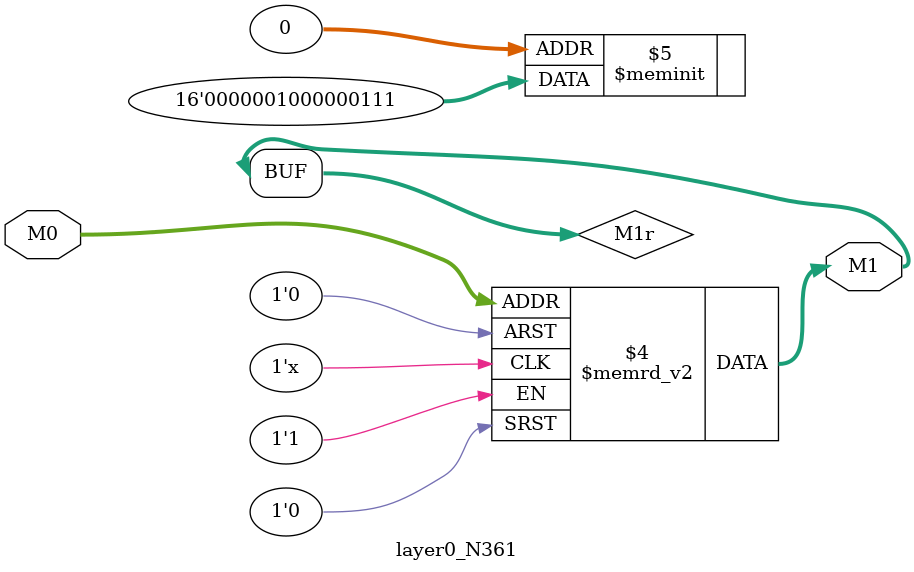
<source format=v>
module layer0_N361 ( input [2:0] M0, output [1:0] M1 );

	(*rom_style = "distributed" *) reg [1:0] M1r;
	assign M1 = M1r;
	always @ (M0) begin
		case (M0)
			3'b000: M1r = 2'b11;
			3'b100: M1r = 2'b10;
			3'b010: M1r = 2'b00;
			3'b110: M1r = 2'b00;
			3'b001: M1r = 2'b01;
			3'b101: M1r = 2'b00;
			3'b011: M1r = 2'b00;
			3'b111: M1r = 2'b00;

		endcase
	end
endmodule

</source>
